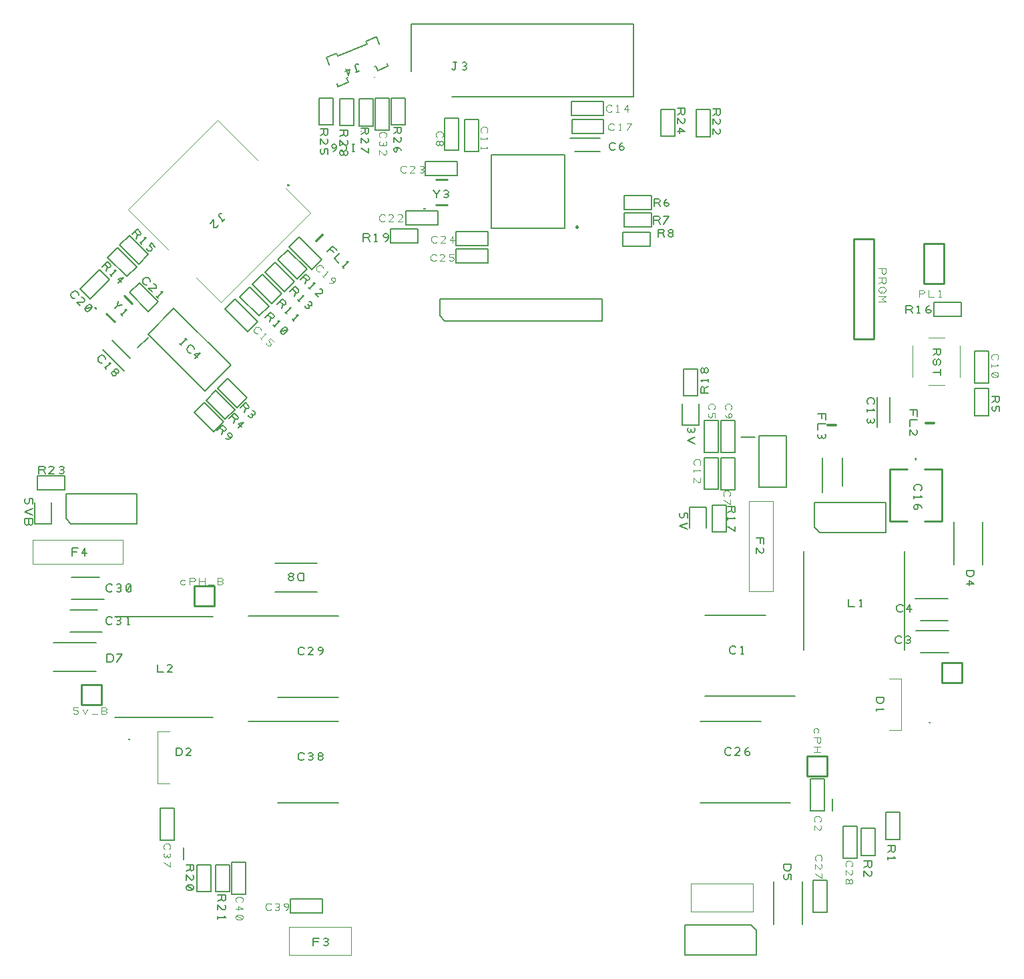
<source format=gto>
G04 DesignSpark PCB Gerber Version 12.0 Build 5942*
%FSLAX35Y35*%
%MOIN*%
%ADD12C,0.00394*%
%ADD11C,0.00500*%
%ADD10C,0.00787*%
%ADD13C,0.00800*%
%ADD16C,0.00984*%
%ADD14C,0.01000*%
%ADD15C,0.01181*%
X0Y0D02*
D02*
D10*
X13852Y235407D02*
Y224778D01*
X22120D01*
Y235407D01*
X23163Y151175D02*
X44423D01*
X31293Y170841D02*
X47533D01*
X32179Y186982D02*
X48419D01*
X44423Y165427D02*
X23163D01*
X45073Y181864D02*
X31293D01*
X45959Y198006D02*
X32179D01*
X47791Y311758D02*
X58369Y301179D01*
X53636Y128026D02*
X102848D01*
X60665Y117159D02*
G75*
G02*
X61059I197J0D01*
G01*
G75*
G03*
X60665I-197J0D01*
G01*
X61059D02*
G75*
G02*
X60665I-197J0D01*
G01*
X61059D02*
X61292Y307443D02*
X52384Y316351D01*
X65208Y312760D02*
X70219Y317771D01*
X70358Y319580D02*
X83164Y332386D01*
X111559Y303991D01*
X98754Y291185D01*
X70358Y319580D01*
X87967Y57258D02*
Y63262D01*
X102848Y178419D02*
X53636D01*
X120309Y126156D02*
X165486D01*
X120309Y178813D02*
X165486D01*
X133675Y190734D02*
X154699D01*
X135073Y85604D02*
X165486D01*
X135073Y138262D02*
X165486D01*
X140086Y394265D02*
G75*
G02*
X140643Y393708I278J-278D01*
G01*
X140086Y394265D02*
G75*
G03*
X140643Y393708I278J-278D01*
G01*
X154699Y205002D02*
X133675D01*
X164556Y444732D02*
X165146Y443272D01*
X170348Y445374D01*
X169463Y447564D01*
X170193Y447859D01*
X183334Y453168D02*
X184064Y453463D01*
X184949Y451273D01*
X190151Y453375D01*
X189561Y454835D01*
X185726Y464326D02*
X184252Y467976D01*
X179050Y465874D01*
X179640Y464414D01*
X165039Y458515D01*
X164448Y459975D01*
X159247Y457873D01*
X160722Y454223D01*
X221943Y438222D02*
X312809D01*
Y474640D01*
X201864D01*
Y450644D01*
X278380Y372455D02*
X241766D01*
Y409069D01*
X278380D01*
Y372455D01*
X283280Y410832D02*
X295878D01*
Y417328D02*
X280918D01*
X337140Y284679D02*
Y274049D01*
X345407D01*
Y284679D01*
X348970Y222652D02*
Y233281D01*
X340703D01*
Y222652D01*
X366431Y268163D02*
X373321D01*
X375388Y268656D02*
X389167D01*
Y243065D01*
X375388D01*
Y268656D01*
X376372Y126156D02*
X345959D01*
X378734Y179246D02*
X348321D01*
X382841Y45978D02*
Y24955D01*
X391136Y85604D02*
X345959D01*
X393498Y138695D02*
X348321D01*
X397108Y24955D02*
Y45978D01*
X397730Y210998D02*
Y161785D01*
X406943Y240368D02*
Y257750D01*
X412179Y81569D02*
Y87573D01*
X416982Y243970D02*
Y257750D01*
X434325Y288163D02*
Y273203D01*
X440821Y275565D02*
Y288163D01*
X448124Y161785D02*
Y210998D01*
X455998Y176352D02*
X469778D01*
X456195Y160604D02*
X469974D01*
X460485Y125604D02*
G75*
G03*
X460878I197J0D01*
G01*
X460485D02*
G75*
G02*
X460878I197J0D01*
G01*
X460485D02*
X460878D02*
G75*
G02*
X460485I-197J0D01*
G01*
X469778Y187376D02*
X453537D01*
X469974Y171628D02*
X453734D01*
X472671Y225762D02*
Y204502D01*
X486923D02*
Y225762D01*
D02*
D11*
X9118Y237396D02*
X8806Y236770D01*
Y235833D01*
X9118Y235208D01*
X9743Y234896D01*
X10056D01*
X10681Y235208D01*
X10993Y235833D01*
Y237396D01*
X12556D01*
Y234896D01*
Y232396D02*
X8806Y230833D01*
X12556Y229270D01*
X10681Y225208D02*
X10368Y224583D01*
X9743Y224270D01*
X9118Y224583D01*
X8806Y225208D01*
Y227396D01*
X12556D01*
Y225208D01*
X12243Y224583D01*
X11618Y224270D01*
X10993Y224583D01*
X10681Y225208D01*
Y227396D01*
X15762Y249865D02*
Y253615D01*
X17949D01*
X18574Y253302D01*
X18887Y252677D01*
X18574Y252052D01*
X17949Y251740D01*
X15762D01*
X17949D02*
X18887Y249865D01*
X23262D02*
X20762D01*
X22949Y252052D01*
X23262Y252677D01*
X22949Y253302D01*
X22324Y253615D01*
X21387D01*
X20762Y253302D01*
X26074Y250177D02*
X26699Y249865D01*
X27324D01*
X27949Y250177D01*
X28262Y250802D01*
X27949Y251427D01*
X27324Y251740D01*
X26699D01*
X27324D02*
X27949Y252052D01*
X28262Y252677D01*
X27949Y253302D01*
X27324Y253615D01*
X26699D01*
X26074Y253302D01*
X29258Y239904D02*
X64825D01*
Y224967D01*
X31758D01*
X29258Y227467D01*
Y239904D01*
X33837Y337409D02*
X33394D01*
X32731Y337630D01*
X32069Y338293D01*
X31848Y338956D01*
Y339398D01*
X32069Y340061D01*
X32952Y340944D01*
X33615Y341165D01*
X34057D01*
X34720Y340944D01*
X35383Y340281D01*
X35604Y339619D01*
Y339177D01*
X36488Y333873D02*
X34720Y335641D01*
X37814Y335641D01*
X38477Y335862D01*
X38698Y336525D01*
X38477Y337188D01*
X37814Y337851D01*
X37151Y338072D01*
X38698Y332106D02*
X38919Y331443D01*
X39361Y331001D01*
X40023Y330780D01*
X40687Y331001D01*
X42012Y332327D01*
X42233Y332990D01*
X42012Y333652D01*
X41570Y334094D01*
X40907Y334315D01*
X40244Y334094D01*
X38919Y332769D01*
X38698Y332106D01*
X42233Y332990D01*
X32258Y208963D02*
Y212713D01*
X35383D01*
X34758Y210838D02*
X32258D01*
X38820Y208963D02*
Y212713D01*
X37258Y210213D01*
X39758D01*
X47242Y305306D02*
X46800D01*
X46137Y305528D01*
X45474Y306191D01*
X45253Y306853D01*
Y307295D01*
X45474Y307958D01*
X46358Y308842D01*
X47021Y309063D01*
X47463D01*
X48126Y308842D01*
X48788Y308179D01*
X49010Y307517D01*
Y307074D01*
X48568Y303096D02*
X49452Y302213D01*
X49009Y302655D02*
X51661Y305306D01*
X50778D01*
X53650Y300666D02*
X54092Y300224D01*
X54755Y300004D01*
X55418Y300224D01*
X55639Y300887D01*
X55418Y301550D01*
X54976Y301992D01*
X54313Y302213D01*
X53650Y301992D01*
X53429Y301329D01*
X53650Y300666D01*
X52987Y300887D01*
X52324Y300666D01*
X52103Y300003D01*
X52324Y299340D01*
X52766Y298898D01*
X53429Y298678D01*
X54092Y298898D01*
X54313Y299561D01*
X54092Y300224D01*
X47283Y353295D02*
X49935Y355946D01*
X51481Y354400D01*
X51703Y353737D01*
X51481Y353074D01*
X50819Y352853D01*
X50156Y353074D01*
X48609Y354621D01*
X50156Y353074D02*
X49493Y351085D01*
X51261Y349317D02*
X52144Y348433D01*
X51702Y348875D02*
X54354Y351527D01*
X53470D01*
X55459Y345119D02*
X58111Y347770D01*
X55238Y347107D01*
X57006Y345340D01*
X52387Y175206D02*
X52074Y174894D01*
X51449Y174581D01*
X50512D01*
X49887Y174894D01*
X49574Y175206D01*
X49262Y175831D01*
Y177081D01*
X49574Y177706D01*
X49887Y178019D01*
X50512Y178331D01*
X51449D01*
X52074Y178019D01*
X52387Y177706D01*
X54574Y174894D02*
X55199Y174581D01*
X55824D01*
X56449Y174894D01*
X56762Y175519D01*
X56449Y176144D01*
X55824Y176456D01*
X55199D01*
X55824D02*
X56449Y176769D01*
X56762Y177394D01*
X56449Y178019D01*
X55824Y178331D01*
X55199D01*
X54574Y178019D01*
X59887Y174581D02*
X61137D01*
X60512D02*
Y178331D01*
X59887Y177706D01*
X52497Y191525D02*
X52185Y191213D01*
X51559Y190900D01*
X50622D01*
X49997Y191213D01*
X49685Y191525D01*
X49372Y192150D01*
Y193400D01*
X49685Y194025D01*
X49997Y194338D01*
X50622Y194650D01*
X51559D01*
X52185Y194338D01*
X52497Y194025D01*
X54685Y191213D02*
X55309Y190900D01*
X55935D01*
X56559Y191213D01*
X56872Y191838D01*
X56559Y192463D01*
X55935Y192775D01*
X55309D01*
X55935D02*
X56559Y193088D01*
X56872Y193713D01*
X56559Y194338D01*
X55935Y194650D01*
X55309D01*
X54685Y194338D01*
X59685Y191213D02*
X60309Y190900D01*
X60935D01*
X61559Y191213D01*
X61872Y191838D01*
Y193713D01*
X61559Y194338D01*
X60935Y194650D01*
X60309D01*
X59685Y194338D01*
X59372Y193713D01*
Y191838D01*
X59685Y191213D01*
X61559Y194338D01*
X49821Y155928D02*
Y159678D01*
X51696D01*
X52321Y159365D01*
X52633Y159053D01*
X52946Y158428D01*
Y157178D01*
X52633Y156553D01*
X52321Y156240D01*
X51696Y155928D01*
X49821D01*
X54821D02*
X57321Y159678D01*
X54821D01*
X53671Y332524D02*
X54997Y333850D01*
X55218Y336281D01*
X54997Y333850D02*
X57428Y334071D01*
X56544Y329652D02*
X57428Y328768D01*
X56986Y329210D02*
X59637Y331861D01*
X58754D01*
X62295Y369421D02*
X64946Y372072D01*
X66493Y370526D01*
X66715Y369863D01*
X66493Y369200D01*
X65831Y368979D01*
X65167Y369200D01*
X63621Y370747D01*
X65167Y369200D02*
X64505Y367211D01*
X66272Y365443D02*
X67156Y364559D01*
X66714Y365001D02*
X69366Y367653D01*
X68482D01*
X69587Y362571D02*
X69808Y361907D01*
X70471Y361245D01*
X71133Y361024D01*
X71797Y361245D01*
X72017Y361466D01*
X72239Y362129D01*
X72018Y362792D01*
X70913Y363897D01*
X72017Y365001D01*
X73785Y363233D01*
X69608Y344184D02*
X69166D01*
X68503Y344406D01*
X67840Y345069D01*
X67619Y345731D01*
Y346173D01*
X67840Y346836D01*
X68724Y347720D01*
X69387Y347941D01*
X69829D01*
X70492Y347720D01*
X71154Y347057D01*
X71376Y346394D01*
Y345952D01*
X72259Y340649D02*
X70492Y342417D01*
X73585Y342417D01*
X74248Y342638D01*
X74469Y343301D01*
X74248Y343963D01*
X73585Y344626D01*
X72922Y344848D01*
X74469Y338439D02*
X75353Y337555D01*
X74911Y337997D02*
X77563Y340649D01*
X76679D01*
X74896Y154563D02*
Y150813D01*
X78021D01*
X82396D02*
X79896D01*
X82083Y153001D01*
X82396Y153626D01*
X82083Y154251D01*
X81458Y154563D01*
X80521D01*
X79896Y154251D01*
X83219Y66766D02*
Y82750D01*
X76219D01*
Y66766D01*
X83219D01*
X84244Y109081D02*
Y112831D01*
X86119D01*
X86744Y112519D01*
X87056Y112206D01*
X87369Y111581D01*
Y110331D01*
X87056Y109706D01*
X86744Y109394D01*
X86119Y109081D01*
X84244D01*
X91744D02*
X89244D01*
X91431Y111269D01*
X91744Y111894D01*
X91431Y112519D01*
X90806Y112831D01*
X89869D01*
X89244Y112519D01*
X86119Y314939D02*
X87003Y314055D01*
X86561Y314497D02*
X89213Y317148D01*
X88770Y317591D02*
X89654Y316707D01*
X91644Y310298D02*
X91202D01*
X90539Y310520D01*
X89876Y311182D01*
X89655Y311845D01*
Y312287D01*
X89876Y312950D01*
X90759Y313834D01*
X91422Y314055D01*
X91865D01*
X92527Y313834D01*
X93190Y313171D01*
X93411Y312508D01*
Y312066D01*
X93632Y307426D02*
X96284Y310078D01*
X93411Y309415D01*
X95179Y307647D01*
X89376Y54463D02*
X93126D01*
Y52275D01*
X92814Y51650D01*
X92189Y51337D01*
X91564Y51650D01*
X91252Y52275D01*
Y54463D01*
Y52275D02*
X89376Y51337D01*
Y46963D02*
Y49463D01*
X91564Y47275D01*
X92189Y46963D01*
X92814Y47275D01*
X93126Y47900D01*
Y48837D01*
X92814Y49463D01*
X89689Y44150D02*
X89376Y43525D01*
Y42900D01*
X89689Y42275D01*
X90314Y41963D01*
X92189D01*
X92814Y42275D01*
X93126Y42900D01*
Y43525D01*
X92814Y44150D01*
X92189Y44463D01*
X90314D01*
X89689Y44150D01*
X92814Y42275D01*
X104850Y271563D02*
X107502Y274214D01*
X109048Y272667D01*
X109270Y272005D01*
X109048Y271341D01*
X108386Y271120D01*
X107722Y271342D01*
X106176Y272889D01*
X107722Y271342D02*
X107060Y269353D01*
X109048Y267364D02*
X109711Y267143D01*
X110595Y267143D01*
X111479Y267585D01*
X112142Y268248D01*
X112363Y268911D01*
X112142Y269574D01*
X111700Y270016D01*
X111037Y270237D01*
X110374Y270016D01*
X110154Y269353D01*
X110374Y268690D01*
X110816Y268248D01*
X111479Y268027D01*
X112142Y268248D01*
X105203Y39490D02*
X108953D01*
Y37303D01*
X108641Y36678D01*
X108016Y36365D01*
X107391Y36678D01*
X107078Y37303D01*
Y39490D01*
Y37303D02*
X105203Y36365D01*
Y31990D02*
Y34490D01*
X107391Y32303D01*
X108016Y31990D01*
X108641Y32303D01*
X108953Y32928D01*
Y33865D01*
X108641Y34490D01*
X105203Y28865D02*
Y27615D01*
Y28240D02*
X108953D01*
X108328Y28865D01*
X106963Y379811D02*
X106521D01*
X105858Y379591D01*
X105637Y378928D01*
Y378486D01*
X107847Y376276D01*
X107405Y375834D01*
X107847Y376276D02*
X108731Y377160D01*
X101218Y374950D02*
X102985Y376718D01*
X102986Y373624D01*
X103207Y372961D01*
X103870Y372741D01*
X104532Y372961D01*
X105195Y373624D01*
X105417Y374287D01*
X110874Y277488D02*
X113525Y280139D01*
X115072Y278593D01*
X115293Y277930D01*
X115072Y277267D01*
X114409Y277046D01*
X113746Y277267D01*
X112200Y278814D01*
X113746Y277267D02*
X113083Y275278D01*
X115514Y272847D02*
X118166Y275499D01*
X115293Y274836D01*
X117061Y273068D01*
X112026Y55722D02*
Y39738D01*
X119026D01*
Y55722D01*
X112026D01*
X116307Y282822D02*
X118958Y285474D01*
X120505Y283927D01*
X120726Y283265D01*
X120505Y282601D01*
X119843Y282380D01*
X119179Y282602D01*
X117633Y284148D01*
X119179Y282602D02*
X118517Y280613D01*
X120284Y279287D02*
X120505Y278624D01*
X120947Y278182D01*
X121610Y277961D01*
X122273Y278182D01*
X122494Y278845D01*
X122273Y279508D01*
X121831Y279950D01*
X122273Y279508D02*
X122936Y279287D01*
X123599Y279508D01*
X123820Y280171D01*
X123599Y280833D01*
X123157Y281276D01*
X122494Y281496D01*
X125063Y325898D02*
X113761Y337201D01*
X108811Y332251D01*
X120113Y320948D01*
X125063Y325898D01*
X128874Y327972D02*
X131525Y330624D01*
X133072Y329077D01*
X133293Y328414D01*
X133072Y327751D01*
X132409Y327530D01*
X131746Y327751D01*
X130200Y329298D01*
X131746Y327751D02*
X131083Y325762D01*
X132851Y323994D02*
X133735Y323110D01*
X133293Y323552D02*
X135944Y326204D01*
X135061D01*
X136387Y320901D02*
X136607Y320238D01*
X137050Y319796D01*
X137712Y319575D01*
X138376Y319796D01*
X139701Y321122D01*
X139922Y321785D01*
X139701Y322448D01*
X139259Y322890D01*
X138596Y323111D01*
X137933Y322890D01*
X136607Y321564D01*
X136387Y320901D01*
X139922Y321785D01*
X134732Y334555D02*
X137383Y337206D01*
X138930Y335659D01*
X139152Y334997D01*
X138930Y334333D01*
X138268Y334113D01*
X137604Y334334D01*
X136058Y335881D01*
X137604Y334334D02*
X136942Y332345D01*
X138709Y330577D02*
X139593Y329693D01*
X139151Y330135D02*
X141803Y332787D01*
X140919D01*
X142245Y327041D02*
X143129Y326157D01*
X142687Y326600D02*
X145338Y329251D01*
X144455D01*
X141098Y340728D02*
X143750Y343380D01*
X145296Y341833D01*
X145518Y341170D01*
X145296Y340507D01*
X144634Y340286D01*
X143970Y340507D01*
X142424Y342054D01*
X143970Y340507D02*
X143308Y338518D01*
X145076Y336750D02*
X145959Y335866D01*
X145517Y336308D02*
X148169Y338960D01*
X147285D01*
X148611Y333657D02*
X148832Y332994D01*
X149274Y332552D01*
X149937Y332331D01*
X150600Y332552D01*
X150820Y333215D01*
X150600Y333878D01*
X150158Y334320D01*
X150600Y333878D02*
X151263Y333657D01*
X151926Y333878D01*
X152146Y334541D01*
X151926Y335204D01*
X151483Y335646D01*
X150821Y335867D01*
X148336Y107443D02*
X148023Y107130D01*
X147398Y106817D01*
X146461D01*
X145836Y107130D01*
X145523Y107443D01*
X145211Y108067D01*
Y109317D01*
X145523Y109943D01*
X145836Y110255D01*
X146461Y110567D01*
X147398D01*
X148023Y110255D01*
X148336Y109943D01*
X150523Y107130D02*
X151148Y106817D01*
X151773D01*
X152398Y107130D01*
X152711Y107755D01*
X152398Y108380D01*
X151773Y108693D01*
X151148D01*
X151773D02*
X152398Y109005D01*
X152711Y109630D01*
X152398Y110255D01*
X151773Y110567D01*
X151148D01*
X150523Y110255D01*
X156148Y108693D02*
X156773D01*
X157398Y109005D01*
X157711Y109630D01*
X157398Y110255D01*
X156773Y110567D01*
X156148D01*
X155523Y110255D01*
X155211Y109630D01*
X155523Y109005D01*
X156148Y108693D01*
X155523Y108380D01*
X155211Y107755D01*
X155523Y107130D01*
X156148Y106817D01*
X156773D01*
X157398Y107130D01*
X157711Y107755D01*
X157398Y108380D01*
X156773Y108693D01*
X148336Y160100D02*
X148023Y159787D01*
X147398Y159475D01*
X146461D01*
X145836Y159787D01*
X145523Y160100D01*
X145211Y160725D01*
Y161975D01*
X145523Y162600D01*
X145836Y162913D01*
X146461Y163225D01*
X147398D01*
X148023Y162913D01*
X148336Y162600D01*
X152711Y159475D02*
X150211D01*
X152398Y161663D01*
X152711Y162287D01*
X152398Y162913D01*
X151773Y163225D01*
X150836D01*
X150211Y162913D01*
X156148Y159475D02*
X156773Y159787D01*
X157398Y160413D01*
X157711Y161350D01*
Y162287D01*
X157398Y162913D01*
X156773Y163225D01*
X156148D01*
X155523Y162913D01*
X155211Y162287D01*
X155523Y161663D01*
X156148Y161350D01*
X156773D01*
X157398Y161663D01*
X157711Y162287D01*
X146484Y346948D02*
X149135Y349600D01*
X150682Y348053D01*
X150904Y347391D01*
X150682Y346727D01*
X150020Y346506D01*
X149356Y346728D01*
X147810Y348274D01*
X149356Y346728D02*
X148694Y344739D01*
X150461Y342970D02*
X151345Y342087D01*
X150903Y342529D02*
X153555Y345180D01*
X152671D01*
X155322Y338109D02*
X153555Y339877D01*
X156648Y339878D01*
X157311Y340098D01*
X157532Y340761D01*
X157311Y341424D01*
X156648Y342087D01*
X155986Y342308D01*
X148026Y200277D02*
Y196527D01*
X146150D01*
X145526Y196839D01*
X145213Y197152D01*
X144900Y197777D01*
Y199027D01*
X145213Y199652D01*
X145526Y199965D01*
X146150Y200277D01*
X148026D01*
X142088Y198402D02*
X141463D01*
X140838Y198089D01*
X140526Y197465D01*
X140838Y196839D01*
X141463Y196527D01*
X142088D01*
X142713Y196839D01*
X143026Y197465D01*
X142713Y198089D01*
X142088Y198402D01*
X142713Y198715D01*
X143026Y199339D01*
X142713Y199965D01*
X142088Y200277D01*
X141463D01*
X140838Y199965D01*
X140526Y199339D01*
X140838Y198715D01*
X141463Y198402D01*
X152750Y14199D02*
Y17949D01*
X155875D01*
X155250Y16074D02*
X152750D01*
X158063Y14512D02*
X158687Y14199D01*
X159313D01*
X159937Y14512D01*
X160250Y15137D01*
X159937Y15762D01*
X159313Y16074D01*
X158687D01*
X159313D02*
X159937Y16387D01*
X160250Y17012D01*
X159937Y17637D01*
X159313Y17949D01*
X158687D01*
X158063Y17637D01*
X156266Y421982D02*
X160016D01*
Y419795D01*
X159704Y419170D01*
X159079Y418857D01*
X158454Y419170D01*
X158141Y419795D01*
Y421982D01*
Y419795D02*
X156266Y418857D01*
Y414482D02*
Y416982D01*
X158454Y414795D01*
X159079Y414482D01*
X159704Y414795D01*
X160016Y415420D01*
Y416357D01*
X159704Y416982D01*
X156579Y411982D02*
X156266Y411357D01*
Y410420D01*
X156579Y409795D01*
X157204Y409482D01*
X157516D01*
X158141Y409795D01*
X158454Y410420D01*
Y411982D01*
X160016D01*
Y409482D01*
X156914Y356824D02*
X145611Y368126D01*
X140661Y363176D01*
X151964Y351874D01*
X156914Y356824D01*
X157317Y37431D02*
X141333D01*
Y30431D01*
X157317D01*
Y37431D01*
X159795Y360960D02*
X162446Y363612D01*
X164656Y361402D01*
X162889Y360518D02*
X161121Y362286D01*
X165982Y360076D02*
X163330Y357424D01*
X165540Y355215D01*
X167308Y353447D02*
X168192Y352563D01*
X167750Y353005D02*
X170401Y355657D01*
X169518D01*
X166164Y421467D02*
X169914D01*
Y419279D01*
X169602Y418654D01*
X168976Y418341D01*
X168352Y418654D01*
X168039Y419279D01*
Y421467D01*
Y419279D02*
X166164Y418341D01*
Y413967D02*
Y416467D01*
X168352Y414279D01*
X168976Y413967D01*
X169602Y414279D01*
X169914Y414904D01*
Y415841D01*
X169602Y416467D01*
X168039Y410529D02*
Y409904D01*
X168352Y409279D01*
X168976Y408967D01*
X169602Y409279D01*
X169914Y409904D01*
Y410529D01*
X169602Y411154D01*
X168976Y411467D01*
X168352Y411154D01*
X168039Y410529D01*
X167726Y411154D01*
X167102Y411467D01*
X166476Y411154D01*
X166164Y410529D01*
Y409904D01*
X166476Y409279D01*
X167102Y408967D01*
X167726Y409279D01*
X168039Y409904D01*
X173478Y414482D02*
X172228D01*
X172853D02*
Y410732D01*
X173478D02*
X172228D01*
X166290Y413857D02*
X166603Y414169D01*
X167228Y414482D01*
X168165D01*
X168790Y414169D01*
X169103Y413857D01*
X169415Y413232D01*
Y411982D01*
X169103Y411357D01*
X168790Y411044D01*
X168165Y410732D01*
X167228D01*
X166603Y411044D01*
X166290Y411357D01*
X164415Y413544D02*
X164103Y412919D01*
X163478Y412607D01*
X162853D01*
X162228Y412919D01*
X161915Y413544D01*
X162228Y414169D01*
X162853Y414482D01*
X163478D01*
X164103Y414169D01*
X164415Y413544D01*
Y412607D01*
X164103Y411669D01*
X163478Y411044D01*
X162853Y410732D01*
X175284Y454175D02*
X174877Y454348D01*
X174181Y454404D01*
X173718Y453880D01*
X173546Y453473D01*
X174716Y450576D01*
X174137Y450341D01*
X174716Y450576D02*
X175875Y451044D01*
X168965Y452296D02*
X170370Y448820D01*
X170882Y451723D01*
X168564Y450786D01*
X176703Y422537D02*
X180453D01*
Y420350D01*
X180141Y419725D01*
X179516Y419412D01*
X178891Y419725D01*
X178578Y420350D01*
Y422537D01*
Y420350D02*
X176703Y419412D01*
Y415037D02*
Y417537D01*
X178891Y415350D01*
X179516Y415037D01*
X180141Y415350D01*
X180453Y415975D01*
Y416912D01*
X180141Y417537D01*
X176703Y412537D02*
X180453Y410037D01*
Y412537D01*
X177872Y365959D02*
Y369709D01*
X180059D01*
X180685Y369397D01*
X180997Y368772D01*
X180685Y368147D01*
X180059Y367834D01*
X177872D01*
X180059D02*
X180997Y365959D01*
X183497D02*
X184747D01*
X184122D02*
Y369709D01*
X183497Y369084D01*
X188809Y365959D02*
X189435Y366272D01*
X190059Y366897D01*
X190372Y367834D01*
Y368772D01*
X190059Y369397D01*
X189435Y369709D01*
X188809D01*
X188185Y369397D01*
X187872Y368772D01*
X188185Y368147D01*
X188809Y367834D01*
X189435D01*
X190059Y368147D01*
X190372Y368772D01*
X183817Y437455D02*
Y421470D01*
X190817D01*
Y437455D01*
X183817D01*
X192951Y422939D02*
X196701D01*
Y420752D01*
X196389Y420126D01*
X195764Y419814D01*
X195139Y420126D01*
X194826Y420752D01*
Y422939D01*
Y420752D02*
X192951Y419814D01*
Y415439D02*
Y417939D01*
X195139Y415752D01*
X195764Y415439D01*
X196389Y415752D01*
X196701Y416376D01*
Y417314D01*
X196389Y417939D01*
X193889Y412939D02*
X194514Y412626D01*
X194826Y412002D01*
Y411376D01*
X194514Y410752D01*
X193889Y410439D01*
X193264Y410752D01*
X192951Y411376D01*
Y412002D01*
X193264Y412626D01*
X193889Y412939D01*
X194826D01*
X195764Y412626D01*
X196389Y412002D01*
X196701Y411376D01*
X198990Y374073D02*
X214974D01*
Y381073D01*
X198990D01*
Y374073D01*
X214383Y387731D02*
Y389606D01*
X212821Y391481D01*
X214383Y389606D02*
X215946Y391481D01*
X218133Y388043D02*
X218758Y387731D01*
X219383D01*
X220008Y388043D01*
X220321Y388669D01*
X220008Y389293D01*
X219383Y389606D01*
X218758D01*
X219383D02*
X220008Y389919D01*
X220321Y390543D01*
X220008Y391169D01*
X219383Y391481D01*
X218758D01*
X218133Y391169D01*
X215951Y337226D02*
X296951D01*
Y326226D01*
X218451D01*
X215951Y328726D01*
Y337226D01*
X218482Y427317D02*
Y411333D01*
X225482D01*
Y427317D01*
X218482D01*
X221943Y452206D02*
X222256Y451894D01*
X222880Y451581D01*
X223506Y451894D01*
X223818Y452206D01*
Y455331D01*
X224443D01*
X223818D02*
X222568D01*
X227256Y451894D02*
X227880Y451581D01*
X228506D01*
X229130Y451894D01*
X229443Y452519D01*
X229130Y453144D01*
X228506Y453456D01*
X227880D01*
X228506D02*
X229130Y453769D01*
X229443Y454394D01*
X229130Y455019D01*
X228506Y455331D01*
X227880D01*
X227256Y455019D01*
X224206Y355145D02*
X240190D01*
Y362145D01*
X224206D01*
Y355145D01*
X224207Y363837D02*
X240191D01*
Y370837D01*
X224207D01*
Y363837D01*
X224679Y405974D02*
X208695D01*
Y398974D01*
X224679D01*
Y405974D01*
X228325Y426923D02*
Y410939D01*
X235325D01*
Y426923D01*
X228325D01*
X281863Y428690D02*
X297847D01*
Y435690D01*
X281863D01*
Y428690D01*
X281884Y419939D02*
X297868D01*
Y426939D01*
X281884D01*
Y419939D01*
X303728Y412159D02*
X303415Y411846D01*
X302790Y411534D01*
X301853D01*
X301228Y411846D01*
X300915Y412159D01*
X300603Y412784D01*
Y414034D01*
X300915Y414659D01*
X301228Y414972D01*
X301853Y415284D01*
X302790D01*
X303415Y414972D01*
X303728Y414659D01*
X305603Y412472D02*
X305915Y413096D01*
X306540Y413409D01*
X307165D01*
X307790Y413096D01*
X308103Y412472D01*
X307790Y411846D01*
X307165Y411534D01*
X306540D01*
X305915Y411846D01*
X305603Y412472D01*
Y413409D01*
X305915Y414346D01*
X306540Y414972D01*
X307165Y415284D01*
X322770Y374573D02*
Y378323D01*
X324957D01*
X325582Y378011D01*
X325895Y377386D01*
X325582Y376761D01*
X324957Y376448D01*
X322770D01*
X324957D02*
X325895Y374573D01*
X327770D02*
X330270Y378323D01*
X327770D01*
X322967Y383431D02*
Y387181D01*
X325154D01*
X325779Y386869D01*
X326092Y386244D01*
X325779Y385619D01*
X325154Y385307D01*
X322967D01*
X325154D02*
X326092Y383431D01*
X327967Y384369D02*
X328279Y384994D01*
X328904Y385307D01*
X329529D01*
X330154Y384994D01*
X330467Y384369D01*
X330154Y383744D01*
X329529Y383431D01*
X328904D01*
X328279Y383744D01*
X327967Y384369D01*
Y385307D01*
X328279Y386244D01*
X328904Y386869D01*
X329529Y387181D01*
X325033Y368176D02*
Y371926D01*
X327221D01*
X327846Y371613D01*
X328159Y370988D01*
X327846Y370363D01*
X327221Y370051D01*
X325033D01*
X327221D02*
X328159Y368176D01*
X330971Y370051D02*
X331596D01*
X332221Y370363D01*
X332533Y370988D01*
X332221Y371613D01*
X331596Y371926D01*
X330971D01*
X330346Y371613D01*
X330033Y370988D01*
X330346Y370363D01*
X330971Y370051D01*
X330346Y369738D01*
X330033Y369113D01*
X330346Y368488D01*
X330971Y368176D01*
X331596D01*
X332221Y368488D01*
X332533Y369113D01*
X332221Y369738D01*
X331596Y370051D01*
X334612Y432317D02*
X338362D01*
Y430130D01*
X338050Y429504D01*
X337425Y429192D01*
X336800Y429504D01*
X336487Y430130D01*
Y432317D01*
Y430130D02*
X334612Y429192D01*
Y424817D02*
Y427317D01*
X336800Y425130D01*
X337425Y424817D01*
X338050Y425130D01*
X338362Y425754D01*
Y426692D01*
X338050Y427317D01*
X334612Y420754D02*
X338362D01*
X335862Y422317D01*
Y419817D01*
X336185Y230270D02*
X335872Y229644D01*
Y228707D01*
X336185Y228082D01*
X336810Y227770D01*
X337122D01*
X337748Y228082D01*
X338060Y228707D01*
Y230270D01*
X339622D01*
Y227770D01*
Y225270D02*
X335872Y223707D01*
X339622Y222144D01*
X339965Y272752D02*
X339652Y272128D01*
Y271502D01*
X339965Y270878D01*
X340590Y270565D01*
X341215Y270878D01*
X341527Y271502D01*
Y272128D01*
Y271502D02*
X341840Y270878D01*
X342465Y270565D01*
X343090Y270878D01*
X343402Y271502D01*
Y272128D01*
X343090Y272752D01*
X343402Y268065D02*
X339652Y266502D01*
X343402Y264940D01*
X348030Y276392D02*
Y260407D01*
X355030D01*
Y276392D01*
X348030D01*
X350021Y290230D02*
X346271D01*
Y292418D01*
X346583Y293043D01*
X347209Y293356D01*
X347833Y293043D01*
X348146Y292418D01*
Y290230D01*
Y292418D02*
X350021Y293356D01*
Y295856D02*
Y297106D01*
Y296480D02*
X346271D01*
X346896Y295856D01*
X348146Y301168D02*
Y301793D01*
X347833Y302418D01*
X347209Y302730D01*
X346583Y302418D01*
X346271Y301793D01*
Y301168D01*
X346583Y300543D01*
X347209Y300230D01*
X347833Y300543D01*
X348146Y301168D01*
X348459Y300543D01*
X349083Y300230D01*
X349709Y300543D01*
X350021Y301168D01*
Y301793D01*
X349709Y302418D01*
X349083Y302730D01*
X348459Y302418D01*
X348146Y301793D01*
X352329Y432100D02*
X356079D01*
Y429913D01*
X355767Y429288D01*
X355141Y428975D01*
X354517Y429288D01*
X354204Y429913D01*
Y432100D01*
Y429913D02*
X352329Y428975D01*
Y424600D02*
Y427100D01*
X354517Y424913D01*
X355141Y424600D01*
X355767Y424913D01*
X356079Y425538D01*
Y426475D01*
X355767Y427100D01*
X352329Y419600D02*
Y422100D01*
X354517Y419913D01*
X355141Y419600D01*
X355767Y419913D01*
X356079Y420538D01*
Y421475D01*
X355767Y422100D01*
X355010Y241982D02*
Y257967D01*
X348010D01*
Y241982D01*
X355010D01*
X356219Y276422D02*
Y260438D01*
X363219D01*
Y276422D01*
X356219D01*
X361485Y109933D02*
X361173Y109620D01*
X360548Y109308D01*
X359610D01*
X358985Y109620D01*
X358673Y109933D01*
X358360Y110558D01*
Y111808D01*
X358673Y112433D01*
X358985Y112746D01*
X359610Y113058D01*
X360548D01*
X361173Y112746D01*
X361485Y112433D01*
X365860Y109308D02*
X363360D01*
X365548Y111496D01*
X365860Y112120D01*
X365548Y112746D01*
X364923Y113058D01*
X363985D01*
X363360Y112746D01*
X368360Y110246D02*
X368673Y110870D01*
X369298Y111183D01*
X369923D01*
X370548Y110870D01*
X370860Y110246D01*
X370548Y109620D01*
X369923Y109308D01*
X369298D01*
X368673Y109620D01*
X368360Y110246D01*
Y111183D01*
X368673Y112120D01*
X369298Y112746D01*
X369923Y113058D01*
X359790Y233636D02*
X363540D01*
Y231448D01*
X363228Y230823D01*
X362602Y230511D01*
X361978Y230823D01*
X361665Y231448D01*
Y233636D01*
Y231448D02*
X359790Y230511D01*
Y228011D02*
Y226761D01*
Y227386D02*
X363540D01*
X362915Y228011D01*
X359790Y223636D02*
X363540Y221136D01*
Y223636D01*
X363848Y160533D02*
X363535Y160220D01*
X362910Y159908D01*
X361972D01*
X361348Y160220D01*
X361035Y160533D01*
X360722Y161158D01*
Y162408D01*
X361035Y163033D01*
X361348Y163346D01*
X361972Y163658D01*
X362910D01*
X363535Y163346D01*
X363848Y163033D01*
X366348Y159908D02*
X367598D01*
X366972D02*
Y163658D01*
X366348Y163033D01*
X363278Y241943D02*
Y257927D01*
X356278D01*
Y241943D01*
X363278D01*
X374002Y217770D02*
X377752D01*
Y214644D01*
X375878Y215270D02*
Y217770D01*
X374002Y210270D02*
Y212770D01*
X376190Y210582D01*
X376815Y210270D01*
X377440Y210582D01*
X377752Y211207D01*
Y212144D01*
X377440Y212770D01*
X373939Y9376D02*
X338372D01*
Y24313D01*
X371439D01*
X373939Y21813D01*
Y9376D01*
X387715Y54652D02*
X391465D01*
Y52776D01*
X391153Y52152D01*
X390840Y51839D01*
X390215Y51526D01*
X388965D01*
X388340Y51839D01*
X388028Y52152D01*
X387715Y52776D01*
Y54652D01*
X388028Y49652D02*
X387715Y49026D01*
Y48089D01*
X388028Y47464D01*
X388653Y47152D01*
X388965D01*
X389590Y47464D01*
X389903Y48089D01*
Y49652D01*
X391465D01*
Y47152D01*
X402242Y46844D02*
Y30860D01*
X409242D01*
Y46844D01*
X402242D01*
X403195Y235533D02*
X438762D01*
Y220596D01*
X405695D01*
X403195Y223096D01*
Y235533D01*
X404794Y279931D02*
X408544D01*
Y276806D01*
X406669Y277431D02*
Y279931D01*
X408544Y274931D02*
X404794D01*
Y271806D01*
X405106Y269619D02*
X404794Y268994D01*
Y268369D01*
X405106Y267744D01*
X405731Y267431D01*
X406356Y267744D01*
X406669Y268369D01*
Y268994D01*
Y268369D02*
X406981Y267744D01*
X407606Y267431D01*
X408231Y267744D01*
X408544Y268369D01*
Y268994D01*
X408231Y269619D01*
X407923Y81333D02*
Y97317D01*
X400923D01*
Y81333D01*
X407923D01*
X417262Y73734D02*
Y57750D01*
X424262D01*
Y73734D01*
X417262D01*
X419974Y187142D02*
Y183392D01*
X423100D01*
X425600D02*
X426850D01*
X426224D02*
Y187142D01*
X425600Y186517D01*
X427802Y56372D02*
X431552D01*
Y54185D01*
X431239Y53559D01*
X430614Y53247D01*
X429989Y53559D01*
X429677Y54185D01*
Y56372D01*
Y54185D02*
X427802Y53247D01*
Y48872D02*
Y51372D01*
X429989Y49185D01*
X430614Y48872D01*
X431239Y49185D01*
X431552Y49809D01*
Y50747D01*
X431239Y51372D01*
X429883Y284644D02*
X429571Y284957D01*
X429258Y285582D01*
Y286520D01*
X429571Y287144D01*
X429883Y287457D01*
X430508Y287770D01*
X431758D01*
X432383Y287457D01*
X432696Y287144D01*
X433008Y286520D01*
Y285582D01*
X432696Y284957D01*
X432383Y284644D01*
X429258Y282144D02*
Y280894D01*
Y281520D02*
X433008D01*
X432383Y282144D01*
X429571Y277457D02*
X429258Y276832D01*
Y276207D01*
X429571Y275582D01*
X430196Y275270D01*
X430821Y275582D01*
X431133Y276207D01*
Y276832D01*
Y276207D02*
X431446Y275582D01*
X432071Y275270D01*
X432696Y275582D01*
X433008Y276207D01*
Y276832D01*
X432696Y277457D01*
X433983Y138250D02*
X437733D01*
Y136375D01*
X437420Y135750D01*
X437108Y135437D01*
X436483Y135125D01*
X435233D01*
X434608Y135437D01*
X434295Y135750D01*
X433983Y136375D01*
Y138250D01*
Y132625D02*
Y131375D01*
Y132000D02*
X437733D01*
X437108Y132625D01*
X439554Y64010D02*
X443304D01*
Y61822D01*
X442991Y61197D01*
X442366Y60885D01*
X441741Y61197D01*
X441429Y61822D01*
Y64010D01*
Y61822D02*
X439554Y60885D01*
Y58385D02*
Y57135D01*
Y57760D02*
X443304D01*
X442679Y58385D01*
X446525Y165710D02*
X446212Y165398D01*
X445587Y165085D01*
X444650D01*
X444025Y165398D01*
X443712Y165710D01*
X443400Y166335D01*
Y167585D01*
X443712Y168210D01*
X444025Y168523D01*
X444650Y168835D01*
X445587D01*
X446212Y168523D01*
X446525Y168210D01*
X448712Y165398D02*
X449337Y165085D01*
X449962D01*
X450587Y165398D01*
X450900Y166023D01*
X450587Y166648D01*
X449962Y166960D01*
X449337D01*
X449962D02*
X450587Y167273D01*
X450900Y167898D01*
X450587Y168523D01*
X449962Y168835D01*
X449337D01*
X448712Y168523D01*
X447312Y181458D02*
X447000Y181146D01*
X446374Y180833D01*
X445437D01*
X444812Y181146D01*
X444500Y181458D01*
X444187Y182083D01*
Y183333D01*
X444500Y183958D01*
X444812Y184271D01*
X445437Y184583D01*
X446374D01*
X447000Y184271D01*
X447312Y183958D01*
X450750Y180833D02*
Y184583D01*
X449187Y182083D01*
X451687D01*
X448793Y330046D02*
Y333796D01*
X450981D01*
X451606Y333483D01*
X451919Y332858D01*
X451606Y332233D01*
X450981Y331921D01*
X448793D01*
X450981D02*
X451919Y330046D01*
X454419D02*
X455669D01*
X455043D02*
Y333796D01*
X454419Y333171D01*
X458793Y330983D02*
X459106Y331608D01*
X459731Y331921D01*
X460356D01*
X460981Y331608D01*
X461293Y330983D01*
X460981Y330358D01*
X460356Y330046D01*
X459731D01*
X459106Y330358D01*
X458793Y330983D01*
Y331921D01*
X459106Y332858D01*
X459731Y333483D01*
X460356Y333796D01*
X450656Y281687D02*
X454406D01*
Y278562D01*
X452531Y279187D02*
Y281687D01*
X454406Y276687D02*
X450656D01*
Y273562D01*
Y269187D02*
Y271687D01*
X452844Y269500D01*
X453469Y269187D01*
X454094Y269500D01*
X454406Y270124D01*
Y271062D01*
X454094Y271687D01*
X453494Y241369D02*
X453181Y241681D01*
X452869Y242307D01*
Y243244D01*
X453181Y243869D01*
X453494Y244181D01*
X454119Y244494D01*
X455369D01*
X455994Y244181D01*
X456306Y243869D01*
X456619Y243244D01*
Y242307D01*
X456306Y241681D01*
X455994Y241369D01*
X452869Y238869D02*
Y237619D01*
Y238244D02*
X456619D01*
X455994Y238869D01*
X453806Y234494D02*
X454431Y234181D01*
X454744Y233557D01*
Y232931D01*
X454431Y232307D01*
X453806Y231994D01*
X453181Y232307D01*
X452869Y232931D01*
Y233557D01*
X453181Y234181D01*
X453806Y234494D01*
X454744D01*
X455681Y234181D01*
X456306Y233557D01*
X456619Y232931D01*
X462329Y312179D02*
X466079D01*
Y309992D01*
X465767Y309367D01*
X465142Y309054D01*
X464517Y309367D01*
X464204Y309992D01*
Y312179D01*
Y309992D02*
X462329Y309054D01*
X463267Y307179D02*
X462642Y306867D01*
X462329Y306242D01*
Y304992D01*
X462642Y304367D01*
X463267Y304054D01*
X463892Y304367D01*
X464204Y304992D01*
Y306242D01*
X464517Y306867D01*
X465142Y307179D01*
X465767Y306867D01*
X466079Y306242D01*
Y304992D01*
X465767Y304367D01*
X465142Y304054D01*
X462329Y300617D02*
X466079D01*
Y302179D02*
Y299054D01*
X479018Y201498D02*
X482768D01*
Y199623D01*
X482456Y198998D01*
X482143Y198685D01*
X481518Y198373D01*
X480268D01*
X479643Y198685D01*
X479331Y198998D01*
X479018Y199623D01*
Y201498D01*
Y194935D02*
X482768D01*
X480268Y196498D01*
Y193998D01*
X489892Y295309D02*
Y311293D01*
X482892D01*
Y295309D01*
X489892D01*
X491660Y288557D02*
X495410D01*
Y286370D01*
X495098Y285744D01*
X494472Y285432D01*
X493848Y285744D01*
X493535Y286370D01*
Y288557D01*
Y286370D02*
X491660Y285432D01*
X491972Y283557D02*
X491660Y282932D01*
Y281994D01*
X491972Y281370D01*
X492598Y281057D01*
X492910D01*
X493535Y281370D01*
X493848Y281994D01*
Y283557D01*
X495410D01*
Y281057D01*
D02*
D12*
X33073Y130024D02*
X33649Y129736D01*
X34512D01*
X35088Y130024D01*
X35376Y130600D01*
Y130887D01*
X35088Y131463D01*
X34512Y131751D01*
X33073D01*
Y133191D01*
X35376D01*
X37679Y132039D02*
X38831Y129736D01*
X39982Y132039D01*
X42285Y129736D02*
X45165D01*
X48907Y131463D02*
X49483Y131175D01*
X49771Y130600D01*
X49483Y130024D01*
X48907Y129736D01*
X46892D01*
Y133191D01*
X48907D01*
X49483Y132903D01*
X49771Y132327D01*
X49483Y131751D01*
X48907Y131463D01*
X46892D01*
X57652Y204974D02*
X12770D01*
Y216785D01*
X57652D01*
Y204974D01*
X75047Y95270D02*
Y121018D02*
X78587Y62198D02*
X78299Y62486D01*
X78011Y63061D01*
Y63925D01*
X78299Y64501D01*
X78587Y64789D01*
X79163Y65077D01*
X80315D01*
X80890Y64789D01*
X81178Y64501D01*
X81466Y63925D01*
Y63061D01*
X81178Y62486D01*
X80890Y62198D01*
X78299Y60183D02*
X78011Y59607D01*
Y59031D01*
X78299Y58455D01*
X78875Y58167D01*
X79451Y58455D01*
X79739Y59031D01*
Y59607D01*
Y59031D02*
X80027Y58455D01*
X80602Y58167D01*
X81178Y58455D01*
X81466Y59031D01*
Y59607D01*
X81178Y60183D01*
X78011Y55864D02*
X81466Y53561D01*
Y55864D01*
X81137Y95270D02*
Y121018D02*
X75047D01*
Y95270D01*
X81137D01*
Y121018D02*
X75047D01*
Y95270D01*
X81137D01*
Y121018D02*
X88754Y196436D02*
X88178Y196724D01*
X87315D01*
X86739Y196436D01*
X86451Y195860D01*
Y195285D01*
X86739Y194709D01*
X87315Y194421D01*
X88178D01*
X88754Y194709D01*
X91057Y194421D02*
Y197876D01*
X93072D01*
X93648Y197588D01*
X93936Y197012D01*
X93648Y196436D01*
X93072Y196148D01*
X91057D01*
X95663Y194421D02*
Y197876D01*
Y196148D02*
X98543D01*
Y194421D02*
Y197876D01*
X100270Y194421D02*
X103149D01*
X106891Y196148D02*
X107467Y195860D01*
X107755Y195285D01*
X107467Y194709D01*
X106891Y194421D01*
X104876D01*
Y197876D01*
X106891D01*
X107467Y197588D01*
X107755Y197012D01*
X107467Y196436D01*
X106891Y196148D01*
X104876D01*
X114713Y35690D02*
X114425Y35978D01*
X114137Y36554D01*
Y37417D01*
X114425Y37993D01*
X114713Y38281D01*
X115289Y38569D01*
X116441D01*
X117016Y38281D01*
X117304Y37993D01*
X117592Y37417D01*
Y36554D01*
X117304Y35978D01*
X117016Y35690D01*
X114137Y32523D02*
X117592D01*
X115289Y33963D01*
Y31659D01*
X114425Y29069D02*
X114137Y28493D01*
Y27917D01*
X114425Y27341D01*
X115001Y27053D01*
X116728D01*
X117304Y27341D01*
X117592Y27917D01*
Y28493D01*
X117304Y29069D01*
X116728Y29356D01*
X115001D01*
X114425Y29069D01*
X117304Y27341D01*
X124993Y319787D02*
X124585Y319787D01*
X123975Y319991D01*
X123364Y320602D01*
X123161Y321212D01*
X123160Y321619D01*
X123364Y322230D01*
X124178Y323044D01*
X124789Y323248D01*
X125196D01*
X125807Y323044D01*
X126418Y322434D01*
X126621Y321823D01*
Y321416D01*
X126214Y317752D02*
X127028Y316937D01*
X126621Y317344D02*
X129064Y319787D01*
X128250Y319787D01*
X129268Y315105D02*
X129471Y314494D01*
X130082Y313884D01*
X130693Y313680D01*
X131304Y313884D01*
X131507Y314087D01*
X131710Y314698D01*
X131507Y315309D01*
X130489Y316327D01*
X131507Y317344D01*
X133135Y315716D01*
X124998Y406459D02*
X104954Y426502D01*
X60272Y381821D01*
X80316Y361777D01*
X131834Y32422D02*
X131546Y32134D01*
X130970Y31846D01*
X130106D01*
X129531Y32134D01*
X129243Y32422D01*
X128955Y32998D01*
Y34149D01*
X129243Y34725D01*
X129531Y35013D01*
X130106Y35301D01*
X130970D01*
X131546Y35013D01*
X131834Y34725D01*
X133849Y32134D02*
X134425Y31846D01*
X135000D01*
X135576Y32134D01*
X135864Y32710D01*
X135576Y33285D01*
X135000Y33573D01*
X134425D01*
X135000D02*
X135576Y33861D01*
X135864Y34437D01*
X135576Y35013D01*
X135000Y35301D01*
X134425D01*
X133849Y35013D01*
X139031Y31846D02*
X139607Y32134D01*
X140183Y32710D01*
X140470Y33573D01*
Y34437D01*
X140183Y35013D01*
X139607Y35301D01*
X139031D01*
X138455Y35013D01*
X138167Y34437D01*
X138455Y33861D01*
X139031Y33573D01*
X139607D01*
X140183Y33861D01*
X140470Y34437D01*
X139140Y392317D02*
X151444Y380012D01*
X106763Y335330D01*
X94236Y347858D01*
X156107Y350696D02*
X155700Y350697D01*
X155089Y350900D01*
X154478Y351511D01*
X154275Y352122D01*
X154274Y352529D01*
X154478Y353140D01*
X155293Y353954D01*
X155903Y354157D01*
X156311D01*
X156921Y353954D01*
X157532Y353343D01*
X157735Y352733D01*
Y352325D01*
X157328Y348661D02*
X158143Y347846D01*
X157735Y348254D02*
X160178Y350697D01*
X159364Y350696D01*
X160789Y345200D02*
X161400Y344997D01*
X162214D01*
X163028Y345404D01*
X163639Y346015D01*
X163843Y346625D01*
X163639Y347236D01*
X163232Y347643D01*
X162621Y347847D01*
X162010Y347643D01*
X161807Y347033D01*
X162010Y346422D01*
X162417Y346015D01*
X163028Y345811D01*
X163639Y346015D01*
X171628Y9600D02*
X140644D01*
Y23616D01*
X171628D01*
Y9600D01*
X176384Y421030D02*
G75*
G03*
X176778I197J0D01*
G01*
X176384D02*
G75*
G02*
X176778I197J0D01*
G01*
X183279Y448050D02*
X183426Y447685D02*
G75*
G03*
X183279Y448050I-74J183D01*
G01*
X183426Y447685D02*
G75*
G02*
X183279Y448050I-74J183D01*
G01*
X186430Y417713D02*
X186142Y418002D01*
X185854Y418577D01*
Y419441D01*
X186142Y420017D01*
X186430Y420305D01*
X187006Y420593D01*
X188157D01*
X188733Y420305D01*
X189021Y420017D01*
X189309Y419441D01*
Y418577D01*
X189021Y418002D01*
X188733Y417713D01*
X186142Y415698D02*
X185854Y415122D01*
Y414547D01*
X186142Y413971D01*
X186718Y413683D01*
X187293Y413971D01*
X187581Y414547D01*
Y415122D01*
Y414547D02*
X187869Y413971D01*
X188445Y413683D01*
X189021Y413971D01*
X189309Y414547D01*
Y415122D01*
X189021Y415698D01*
X185854Y409077D02*
Y411380D01*
X187869Y409365D01*
X188445Y409077D01*
X189021Y409365D01*
X189309Y409941D01*
Y410804D01*
X189021Y411380D01*
X188621Y376453D02*
X188333Y376165D01*
X187757Y375878D01*
X186894D01*
X186318Y376165D01*
X186030Y376453D01*
X185742Y377029D01*
Y378181D01*
X186030Y378756D01*
X186318Y379044D01*
X186894Y379332D01*
X187757D01*
X188333Y379044D01*
X188621Y378756D01*
X192652Y375878D02*
X190348D01*
X192364Y377893D01*
X192652Y378469D01*
X192364Y379044D01*
X191788Y379332D01*
X190924D01*
X190348Y379044D01*
X197258Y375878D02*
X194955D01*
X196970Y377893D01*
X197258Y378469D01*
X196970Y379044D01*
X196394Y379332D01*
X195531D01*
X194955Y379044D01*
X199271Y400744D02*
X198983Y400457D01*
X198407Y400169D01*
X197543D01*
X196968Y400457D01*
X196680Y400744D01*
X196392Y401320D01*
Y402472D01*
X196680Y403048D01*
X196968Y403336D01*
X197543Y403624D01*
X198407D01*
X198983Y403336D01*
X199271Y403048D01*
X203301Y400169D02*
X200998D01*
X203013Y402184D01*
X203301Y402760D01*
X203013Y403336D01*
X202437Y403624D01*
X201574D01*
X200998Y403336D01*
X205892Y400457D02*
X206468Y400169D01*
X207044D01*
X207620Y400457D01*
X207907Y401033D01*
X207620Y401608D01*
X207044Y401896D01*
X206468D01*
X207044D02*
X207620Y402184D01*
X207907Y402760D01*
X207620Y403336D01*
X207044Y403624D01*
X206468D01*
X205892Y403336D01*
X214350Y356630D02*
X214061Y356343D01*
X213486Y356055D01*
X212622D01*
X212046Y356343D01*
X211758Y356630D01*
X211470Y357206D01*
Y358358D01*
X211758Y358933D01*
X212046Y359222D01*
X212622Y359509D01*
X213486D01*
X214061Y359222D01*
X214350Y358933D01*
X218380Y356055D02*
X216077D01*
X218092Y358070D01*
X218380Y358646D01*
X218092Y359222D01*
X217516Y359509D01*
X216653D01*
X216077Y359222D01*
X220683Y356343D02*
X221259Y356055D01*
X222122D01*
X222698Y356343D01*
X222986Y356919D01*
Y357206D01*
X222698Y357782D01*
X222122Y358070D01*
X220683D01*
Y359509D01*
X222986D01*
X214688Y365752D02*
X214400Y365465D01*
X213824Y365177D01*
X212961D01*
X212385Y365465D01*
X212097Y365752D01*
X211809Y366328D01*
Y367480D01*
X212097Y368056D01*
X212385Y368344D01*
X212961Y368631D01*
X213824D01*
X214400Y368344D01*
X214688Y368056D01*
X218719Y365177D02*
X216415D01*
X218431Y367192D01*
X218719Y367768D01*
X218431Y368344D01*
X217855Y368631D01*
X216991D01*
X216415Y368344D01*
X222461Y365177D02*
Y368631D01*
X221022Y366328D01*
X223325D01*
X214693Y417887D02*
X214406Y418175D01*
X214118Y418750D01*
Y419614D01*
X214406Y420190D01*
X214693Y420478D01*
X215269Y420766D01*
X216421D01*
X216996Y420478D01*
X217285Y420190D01*
X217572Y419614D01*
Y418750D01*
X217285Y418175D01*
X216996Y417887D01*
X215845Y415296D02*
Y414720D01*
X216133Y414144D01*
X216709Y413856D01*
X217285Y414144D01*
X217572Y414720D01*
Y415296D01*
X217285Y415872D01*
X216709Y416159D01*
X216133Y415872D01*
X215845Y415296D01*
X215557Y415872D01*
X214981Y416159D01*
X214406Y415872D01*
X214118Y415296D01*
Y414720D01*
X214406Y414144D01*
X214981Y413856D01*
X215557Y414144D01*
X215845Y414720D01*
X236965Y420099D02*
X236677Y420387D01*
X236389Y420963D01*
Y421827D01*
X236677Y422402D01*
X236965Y422691D01*
X237541Y422978D01*
X238693D01*
X239268Y422691D01*
X239556Y422402D01*
X239844Y421827D01*
Y420963D01*
X239556Y420387D01*
X239268Y420099D01*
X236389Y417796D02*
Y416644D01*
Y417220D02*
X239844D01*
X239268Y417796D01*
X236389Y413190D02*
Y412038D01*
Y412614D02*
X239844D01*
X239268Y413190D01*
X301865Y431119D02*
X301577Y430831D01*
X301002Y430543D01*
X300138D01*
X299562Y430831D01*
X299274Y431119D01*
X298986Y431694D01*
Y432846D01*
X299274Y433422D01*
X299562Y433710D01*
X300138Y433998D01*
X301002D01*
X301577Y433710D01*
X301865Y433422D01*
X304169Y430543D02*
X305320D01*
X304744D02*
Y433998D01*
X304169Y433422D01*
X309638Y430543D02*
Y433998D01*
X308199Y431694D01*
X310502D01*
X303015Y421953D02*
X302727Y421665D01*
X302151Y421378D01*
X301287D01*
X300712Y421665D01*
X300424Y421953D01*
X300136Y422529D01*
Y423681D01*
X300424Y424256D01*
X300712Y424544D01*
X301287Y424832D01*
X302151D01*
X302727Y424544D01*
X303015Y424256D01*
X305318Y421378D02*
X306470D01*
X305894D02*
Y424832D01*
X305318Y424256D01*
X309348Y421378D02*
X311652Y424832D01*
X309348D01*
X341313Y45112D02*
X372297D01*
Y31096D01*
X341313D01*
Y45112D01*
X343323Y254202D02*
X343035Y254490D01*
X342748Y255065D01*
Y255929D01*
X343035Y256505D01*
X343323Y256793D01*
X343899Y257081D01*
X345051D01*
X345626Y256793D01*
X345915Y256505D01*
X346202Y255929D01*
Y255065D01*
X345915Y254490D01*
X345626Y254202D01*
X342748Y251898D02*
Y250747D01*
Y251323D02*
X346202D01*
X345626Y251898D01*
X342748Y245565D02*
Y247868D01*
X344763Y245853D01*
X345339Y245565D01*
X345915Y245853D01*
X346202Y246429D01*
Y247292D01*
X345915Y247868D01*
X350567Y281997D02*
X350280Y282285D01*
X349992Y282861D01*
Y283724D01*
X350280Y284300D01*
X350567Y284588D01*
X351143Y284876D01*
X352295D01*
X352870Y284588D01*
X353159Y284300D01*
X353446Y283724D01*
Y282861D01*
X353159Y282285D01*
X352870Y281997D01*
X350280Y280270D02*
X349992Y279694D01*
Y278830D01*
X350280Y278254D01*
X350856Y277967D01*
X351143D01*
X351719Y278254D01*
X352007Y278830D01*
Y280270D01*
X353446D01*
Y277967D01*
X358126Y238650D02*
X357839Y238939D01*
X357551Y239514D01*
Y240378D01*
X357839Y240954D01*
X358126Y241242D01*
X358702Y241530D01*
X359854D01*
X360430Y241242D01*
X360718Y240954D01*
X361006Y240378D01*
Y239514D01*
X360718Y238939D01*
X360430Y238650D01*
X357551Y236923D02*
X361006Y234620D01*
Y236923D01*
X358894Y281839D02*
X358606Y282128D01*
X358319Y282703D01*
Y283567D01*
X358606Y284143D01*
X358894Y284431D01*
X359470Y284719D01*
X360622D01*
X361197Y284431D01*
X361485Y284143D01*
X361773Y283567D01*
Y282703D01*
X361485Y282128D01*
X361197Y281839D01*
X358319Y279248D02*
X358606Y278673D01*
X359182Y278097D01*
X360046Y277809D01*
X360909D01*
X361485Y278097D01*
X361773Y278673D01*
Y279248D01*
X361485Y279824D01*
X360909Y280112D01*
X360334Y279824D01*
X360046Y279248D01*
Y278673D01*
X360334Y278097D01*
X360909Y277809D01*
X370407Y191293D02*
Y236175D01*
X382219D01*
Y191293D01*
X370407D01*
X404613Y120435D02*
X404901Y121011D01*
Y121874D01*
X404613Y122450D01*
X404037Y122738D01*
X403462D01*
X402886Y122450D01*
X402598Y121874D01*
Y121011D01*
X402886Y120435D01*
X402598Y118132D02*
X406053D01*
Y116117D01*
X405765Y115541D01*
X405189Y115253D01*
X404613Y115541D01*
X404325Y116117D01*
Y118132D01*
X402598Y113526D02*
X406053D01*
X404325D02*
Y110646D01*
X402598D02*
X406053D01*
X403465Y76001D02*
X403177Y76289D01*
X402889Y76865D01*
Y77728D01*
X403177Y78304D01*
X403465Y78592D01*
X404041Y78880D01*
X405193D01*
X405768Y78592D01*
X406056Y78304D01*
X406344Y77728D01*
Y76865D01*
X406056Y76289D01*
X405768Y76001D01*
X402889Y71970D02*
Y74274D01*
X404905Y72258D01*
X405480Y71970D01*
X406056Y72258D01*
X406344Y72834D01*
Y73698D01*
X406056Y74274D01*
X403914Y56465D02*
X403626Y56754D01*
X403338Y57329D01*
Y58193D01*
X403626Y58769D01*
X403914Y59057D01*
X404490Y59344D01*
X405641D01*
X406217Y59057D01*
X406505Y58769D01*
X406793Y58193D01*
Y57329D01*
X406505Y56754D01*
X406217Y56465D01*
X403338Y52435D02*
Y54738D01*
X405354Y52723D01*
X405929Y52435D01*
X406505Y52723D01*
X406793Y53299D01*
Y54162D01*
X406505Y54738D01*
X403338Y50132D02*
X406793Y47829D01*
Y50132D01*
X419150Y53650D02*
X418862Y53939D01*
X418574Y54514D01*
Y55378D01*
X418862Y55954D01*
X419150Y56242D01*
X419726Y56530D01*
X420878D01*
X421453Y56242D01*
X421741Y55954D01*
X422029Y55378D01*
Y54514D01*
X421741Y53939D01*
X421453Y53650D01*
X418574Y49620D02*
Y51923D01*
X420590Y49908D01*
X421165Y49620D01*
X421741Y49908D01*
X422029Y50484D01*
Y51347D01*
X421741Y51923D01*
X420302Y46453D02*
Y45878D01*
X420590Y45302D01*
X421165Y45014D01*
X421741Y45302D01*
X422029Y45878D01*
Y46453D01*
X421741Y47029D01*
X421165Y47317D01*
X420590Y47029D01*
X420302Y46453D01*
X420014Y47029D01*
X419438Y47317D01*
X418862Y47029D01*
X418574Y46453D01*
Y45878D01*
X418862Y45302D01*
X419438Y45014D01*
X420014Y45302D01*
X420302Y45878D01*
X435130Y352376D02*
X438584D01*
Y350361D01*
X438296Y349785D01*
X437720Y349497D01*
X437145Y349785D01*
X436857Y350361D01*
Y352376D01*
X435130Y347770D02*
X438584D01*
Y345754D01*
X438296Y345179D01*
X437720Y344891D01*
X437145Y345179D01*
X436857Y345754D01*
Y347770D01*
Y345754D02*
X435130Y344891D01*
X436569Y341148D02*
Y340284D01*
X436281D01*
X435705Y340572D01*
X435417Y340860D01*
X435130Y341436D01*
Y342012D01*
X435417Y342587D01*
X435705Y342876D01*
X436281Y343163D01*
X437433D01*
X438008Y342876D01*
X438296Y342587D01*
X438584Y342012D01*
Y341436D01*
X438296Y340860D01*
X438008Y340572D01*
X437433Y340284D01*
X435130Y338557D02*
X438584D01*
X436857Y337118D01*
X438584Y335678D01*
X435130D01*
X440406Y121746D02*
X446496D01*
Y147494D01*
X440406D01*
Y121746D02*
X446496D01*
Y147494D01*
X440406D01*
Y121746D02*
Y147494D02*
X446496Y121746D02*
Y147494D02*
X452140Y313951D02*
Y298203D01*
X455274Y338130D02*
Y341584D01*
X457289D01*
X457865Y341296D01*
X458153Y340720D01*
X457865Y340145D01*
X457289Y339857D01*
X455274D01*
X459880Y341584D02*
Y338130D01*
X462759D01*
X465062D02*
X466214D01*
X465638D02*
Y341584D01*
X465062Y341008D01*
X460014Y294266D02*
X467888D01*
X460014Y317888D02*
X467888D01*
X475762Y313951D02*
Y298203D01*
X491965Y306741D02*
X491677Y307029D01*
X491389Y307605D01*
Y308469D01*
X491677Y309044D01*
X491965Y309332D01*
X492541Y309620D01*
X493693D01*
X494268Y309332D01*
X494556Y309044D01*
X494844Y308469D01*
Y307605D01*
X494556Y307029D01*
X494268Y306741D01*
X491389Y304438D02*
Y303286D01*
Y303862D02*
X494844D01*
X494268Y304438D01*
X491677Y300120D02*
X491389Y299544D01*
Y298968D01*
X491677Y298392D01*
X492253Y298104D01*
X493980D01*
X494556Y298392D01*
X494844Y298968D01*
Y299544D01*
X494556Y300120D01*
X493980Y300407D01*
X492253D01*
X491677Y300120D01*
X494556Y298392D01*
D02*
D13*
X15152Y241888D02*
Y248888D01*
X28695D01*
Y241888D01*
X15152D01*
X46095Y351714D02*
X51045Y346765D01*
X41469Y337188D01*
X36519Y342138D01*
X46095Y351714D01*
X60931Y340347D02*
X65881Y345297D01*
X75458Y335720D01*
X70508Y330770D01*
X60931Y340347D01*
X64569Y353302D02*
X59619Y348353D01*
X50042Y357929D01*
X54992Y362879D01*
X64569Y353302D01*
X70533Y359365D02*
X65583Y354416D01*
X56007Y363992D01*
X60957Y368942D01*
X70533Y359365D01*
X93353Y280465D02*
X98302Y285415D01*
X107879Y275839D01*
X102929Y270889D01*
X93353Y280465D01*
X94624Y54620D02*
X101624D01*
Y41077D01*
X94624D01*
Y54620D01*
X110915Y40998D02*
X103915D01*
Y54541D01*
X110915D01*
Y40998D01*
X113761Y281964D02*
X108812Y277014D01*
X99235Y286591D01*
X104185Y291541D01*
X113761Y281964D01*
X119687Y287791D02*
X114737Y282841D01*
X105160Y292417D01*
X110110Y297367D01*
X119687Y287791D01*
X130730Y333617D02*
X125780Y328668D01*
X116204Y338244D01*
X121154Y343194D01*
X130730Y333617D01*
X137029Y339818D02*
X132080Y334869D01*
X122503Y344445D01*
X127453Y349395D01*
X137029Y339818D01*
X143368Y345861D02*
X138418Y340912D01*
X128841Y350488D01*
X133791Y355438D01*
X143368Y345861D01*
X149569Y352062D02*
X144619Y347113D01*
X135042Y356689D01*
X139992Y361639D01*
X149569Y352062D01*
X162746Y424010D02*
X155746D01*
Y437553D01*
X162746D01*
Y424010D01*
X173081Y423656D02*
X166081D01*
Y437199D01*
X173081D01*
Y423656D01*
X182687Y423537D02*
X175687D01*
Y437081D01*
X182687D01*
Y423537D01*
X191530Y365215D02*
Y372215D01*
X205073D01*
Y365215D01*
X191530D01*
X198829Y423990D02*
X191829D01*
Y437533D01*
X198829D01*
Y423990D01*
X320919Y370640D02*
Y363640D01*
X307376D01*
Y370640D01*
X320919D01*
X321707Y380089D02*
Y373089D01*
X308163D01*
Y380089D01*
X321707D01*
Y388947D02*
Y381947D01*
X308163D01*
Y388947D01*
X321707D01*
X326278Y431923D02*
X333278D01*
Y418380D01*
X326278D01*
Y431923D01*
X343994Y431707D02*
X350994D01*
Y418163D01*
X343994D01*
Y431707D01*
X344813Y288734D02*
X337813D01*
Y302278D01*
X344813D01*
Y288734D01*
X359104Y220644D02*
X352104D01*
Y234187D01*
X359104D01*
Y220644D01*
X433514Y59305D02*
X426514D01*
Y72848D01*
X433514D01*
Y59305D01*
X445699Y67179D02*
X438699D01*
Y80722D01*
X445699D01*
Y67179D01*
X476274Y335561D02*
Y328561D01*
X462730D01*
Y335561D01*
X476274D01*
X490089Y278793D02*
X483089D01*
Y292337D01*
X490089D01*
Y278793D01*
D02*
D14*
X37179Y144463D02*
Y134463D01*
X47179D01*
Y144463D01*
X37179D01*
X44260Y332270D02*
G75*
G02*
X43932Y332598I-164J165D01*
G01*
X44260Y332270D02*
G75*
G02*
X43932Y332598I-164J165D01*
G01*
G75*
G02*
X44260Y332270I164J-164D01*
G01*
X49377Y329970D02*
X53553Y325794D01*
X58285Y338879D02*
X62461Y334703D01*
X93498Y193715D02*
Y183715D01*
X103498D01*
Y193715D01*
X93498D01*
X208667Y382077D02*
G75*
G02*
X208203I-232J0D01*
G01*
X208667D02*
G75*
G02*
X208203I-232J0D01*
G01*
G75*
G02*
X208667I232J0D01*
G01*
X213911Y384069D02*
X219817D01*
X213911Y396667D02*
X219817D01*
X399423Y108911D02*
Y98911D01*
X409423D01*
Y108911D01*
X399423D01*
X422848Y367219D02*
Y317219D01*
X432848D01*
Y367219D01*
X422848D01*
X449463Y252140D02*
X440801D01*
Y226156D01*
X449463D01*
X453644Y256858D02*
G75*
G02*
Y257240I0J191D01*
G01*
Y256858D02*
G75*
G02*
Y257240I0J191D01*
G01*
G75*
G02*
Y256858I0J-191D01*
G01*
X457774Y364766D02*
Y344766D01*
X467774D01*
Y364766D01*
X457774D01*
X458124Y252140D02*
X466785D01*
Y226156D01*
X458124D01*
X466549Y155565D02*
Y145565D01*
X476549D01*
Y155565D01*
X466549D01*
D02*
D15*
X157406Y369181D02*
X154483Y366258D01*
X409699Y274246D02*
X413833D01*
X458616Y275033D02*
X462750D01*
D02*
D16*
X284089Y373045D02*
G75*
G02*
X285073I492J0D01*
G01*
X284089D02*
G75*
G02*
X285073I492J0D01*
G01*
G75*
G02*
X284089I-492J0D01*
G01*
X0Y0D02*
M02*

</source>
